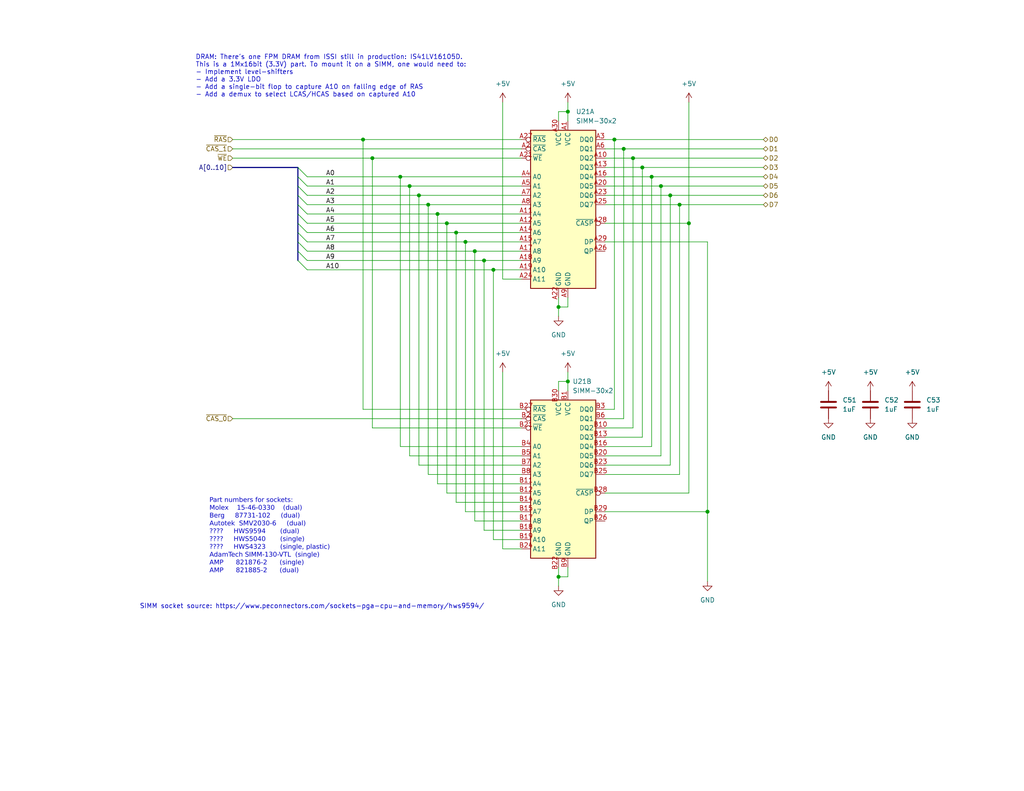
<source format=kicad_sch>
(kicad_sch (version 20231120) (generator "eeschema") (generator_version "8.0")
  (paper "A")
  (title_block (title "Anachron uATX RAM Bank") (date "2024-02-07") (company "Modular Circuits"))
  (lib_symbols
    (symbol "Device:C" (pin_numbers hide) (pin_names (offset 0.254))
      (property "Reference" "C" (at 0.635 2.54 0))
      (property "Value" "C" (at 0.635 -2.54 0))
      (symbol "C_0_1"
        (polyline (pts (xy -2.032 -0.762) (xy 2.032 -0.762)) (stroke (width 0.508)))
        (polyline (pts (xy -2.032 0.762) (xy 2.032 0.762)) (stroke (width 0.508)))
      )
      (symbol "C_1_1"
        (pin passive line (at 0 3.81 270) (length 2.794) (name "~") (number "1"))
        (pin passive line (at 0 -3.81 90) (length 2.794) (name "~") (number "2"))
      )
    )
    (symbol "anachron:SIMM-30x2"
      (property "Reference" "U" (at -11.43 24.13 0))
      (property "Value" "SIMM-30x2" (at -11.43 21.59 0))
      (symbol "SIMM-30x2_0_1"
        (rectangle (start -7.62 20.32) (end 10.16 -22.86) (stroke (width 0.254)) (fill (type background)))
      )
      (symbol "SIMM-30x2_1_0"
        (pin power_in line (at 2.54 22.86 270) (length 2.54) (name "VCC") (number "A1"))
        (pin bidirectional line (at 12.7 12.7 180) (length 2.54) (name "DQ2") (number "A10"))
        (pin input line (at -10.16 -2.54 0) (length 2.54) (name "A4") (number "A11"))
        (pin input line (at -10.16 -5.08 0) (length 2.54) (name "A5") (number "A12"))
        (pin bidirectional line (at 12.7 10.16 180) (length 2.54) (name "DQ3") (number "A13"))
        (pin input line (at -10.16 -7.62 0) (length 2.54) (name "A6") (number "A14"))
        (pin input line (at -10.16 -10.16 0) (length 2.54) (name "A7") (number "A15"))
        (pin bidirectional line (at 12.7 7.62 180) (length 2.54) (name "DQ4") (number "A16"))
        (pin input line (at -10.16 -12.7 0) (length 2.54) (name "A8") (number "A17"))
        (pin input line (at -10.16 -15.24 0) (length 2.54) (name "A9") (number "A18"))
        (pin input line (at -10.16 -17.78 0) (length 2.54) (name "A10") (number "A19"))
        (pin input inverted (at -10.16 15.24 0) (length 2.54) (name "~{CAS}") (number "A2"))
        (pin bidirectional line (at 12.7 5.08 180) (length 2.54) (name "DQ5") (number "A20"))
        (pin input inverted (at -10.16 12.7 0) (length 2.54) (name "~{WE}") (number "A21"))
        (pin power_in line (at 0 -25.4 90) (length 2.54) (name "GND") (number "A22"))
        (pin bidirectional line (at 12.7 2.54 180) (length 2.54) (name "DQ6") (number "A23"))
        (pin input line (at -10.16 -20.32 0) (length 2.54) (name "A11") (number "A24"))
        (pin bidirectional line (at 12.7 0 180) (length 2.54) (name "DQ7") (number "A25"))
        (pin output line (at 12.7 -12.7 180) (length 2.54) (name "QP") (number "A26"))
        (pin input inverted (at -10.16 17.78 0) (length 2.54) (name "~{RAS}") (number "A27"))
        (pin input inverted (at 12.7 -5.08 180) (length 2.54) (name "~{CASP}") (number "A28"))
        (pin input line (at 12.7 -10.16 180) (length 2.54) (name "DP") (number "A29"))
        (pin bidirectional line (at 12.7 17.78 180) (length 2.54) (name "DQ0") (number "A3"))
        (pin power_in line (at 0 22.86 270) (length 2.54) (name "VCC") (number "A30"))
        (pin input line (at -10.16 7.62 0) (length 2.54) (name "A0") (number "A4"))
        (pin input line (at -10.16 5.08 0) (length 2.54) (name "A1") (number "A5"))
        (pin bidirectional line (at 12.7 15.24 180) (length 2.54) (name "DQ1") (number "A6"))
        (pin input line (at -10.16 2.54 0) (length 2.54) (name "A2") (number "A7"))
        (pin input line (at -10.16 0 0) (length 2.54) (name "A3") (number "A8"))
        (pin power_in line (at 2.54 -25.4 90) (length 2.54) (name "GND") (number "A9"))
      )
      (symbol "SIMM-30x2_2_0"
        (pin power_in line (at 2.54 22.86 270) (length 2.54) (name "VCC") (number "B1"))
        (pin bidirectional line (at 12.7 12.7 180) (length 2.54) (name "DQ2") (number "B10"))
        (pin input line (at -10.16 -2.54 0) (length 2.54) (name "A4") (number "B11"))
        (pin input line (at -10.16 -5.08 0) (length 2.54) (name "A5") (number "B12"))
        (pin bidirectional line (at 12.7 10.16 180) (length 2.54) (name "DQ3") (number "B13"))
        (pin input line (at -10.16 -7.62 0) (length 2.54) (name "A6") (number "B14"))
        (pin input line (at -10.16 -10.16 0) (length 2.54) (name "A7") (number "B15"))
        (pin bidirectional line (at 12.7 7.62 180) (length 2.54) (name "DQ4") (number "B16"))
        (pin input line (at -10.16 -12.7 0) (length 2.54) (name "A8") (number "B17"))
        (pin input line (at -10.16 -15.24 0) (length 2.54) (name "A9") (number "B18"))
        (pin input line (at -10.16 -17.78 0) (length 2.54) (name "A10") (number "B19"))
        (pin input inverted (at -10.16 15.24 0) (length 2.54) (name "~{CAS}") (number "B2"))
        (pin bidirectional line (at 12.7 5.08 180) (length 2.54) (name "DQ5") (number "B20"))
        (pin input inverted (at -10.16 12.7 0) (length 2.54) (name "~{WE}") (number "B21"))
        (pin power_in line (at 0 -25.4 90) (length 2.54) (name "GND") (number "B22"))
        (pin bidirectional line (at 12.7 2.54 180) (length 2.54) (name "DQ6") (number "B23"))
        (pin input line (at -10.16 -20.32 0) (length 2.54) (name "A11") (number "B24"))
        (pin bidirectional line (at 12.7 0 180) (length 2.54) (name "DQ7") (number "B25"))
        (pin output line (at 12.7 -12.7 180) (length 2.54) (name "QP") (number "B26"))
        (pin input inverted (at -10.16 17.78 0) (length 2.54) (name "~{RAS}") (number "B27"))
        (pin input inverted (at 12.7 -5.08 180) (length 2.54) (name "~{CASP}") (number "B28"))
        (pin input line (at 12.7 -10.16 180) (length 2.54) (name "DP") (number "B29"))
        (pin bidirectional line (at 12.7 17.78 180) (length 2.54) (name "DQ0") (number "B3"))
        (pin power_in line (at 0 22.86 270) (length 2.54) (name "VCC") (number "B30"))
        (pin input line (at -10.16 7.62 0) (length 2.54) (name "A0") (number "B4"))
        (pin input line (at -10.16 5.08 0) (length 2.54) (name "A1") (number "B5"))
        (pin bidirectional line (at 12.7 15.24 180) (length 2.54) (name "DQ1") (number "B6"))
        (pin input line (at -10.16 2.54 0) (length 2.54) (name "A2") (number "B7"))
        (pin input line (at -10.16 0 0) (length 2.54) (name "A3") (number "B8"))
        (pin power_in line (at 2.54 -25.4 90) (length 2.54) (name "GND") (number "B9"))
      )
    )
    (symbol "power:+5V" (power) (pin_names (offset 0))
      (property "Value" "+5V" (at 0 3.556 0))
      (symbol "+5V_0_1"
        (polyline (pts (xy -0.762 1.27) (xy 0 2.54)))
        (polyline (pts (xy 0 0) (xy 0 2.54)))
        (polyline (pts (xy 0 2.54) (xy 0.762 1.27)))
      )
      (symbol "+5V_1_1"
        (pin power_in line (at 0 0 90) (length 0) hide (name "+5V") (number "1"))
      )
    )
    (symbol "power:GND" (power) (pin_names (offset 0))
      (property "Value" "GND" (at 0 -3.81 0))
      (symbol "GND_0_1"
        (polyline (pts (xy 0 0) (xy 0 -1.27) (xy 1.27 -1.27) (xy 0 -2.54) (xy -1.27 -1.27) (xy 0 -1.27)))
      )
      (symbol "GND_1_1"
        (pin power_in line (at 0 0 270) (length 0) hide (name "GND") (number "1"))
      )
    )
  )
  (junction (at 154.94 30.48))
  (junction (at 182.88 53.34))
  (junction (at 167.64 38.1))
  (junction (at 116.84 55.88))
  (junction (at 134.62 73.66))
  (junction (at 129.54 68.58))
  (junction (at 119.38 58.42))
  (junction (at 154.94 104.14))
  (junction (at 170.18 40.64))
  (junction (at 127 66.04))
  (junction (at 109.22 48.26))
  (junction (at 99.06 38.1))
  (junction (at 175.26 45.72))
  (junction (at 114.3 53.34))
  (junction (at 121.92 60.96))
  (junction (at 152.4 157.48))
  (junction (at 152.4 83.82))
  (junction (at 124.46 63.5))
  (junction (at 185.42 55.88))
  (junction (at 132.08 71.12))
  (junction (at 172.72 43.18))
  (junction (at 193.04 139.7))
  (junction (at 177.8 48.26))
  (junction (at 101.6 43.18))
  (junction (at 187.96 60.96))
  (junction (at 111.76 50.8))
  (junction (at 180.34 50.8))
  (bus_entry (at 81.28 58.42) (size 2.54 2.54))
  (bus_entry (at 81.28 68.58) (size 2.54 2.54))
  (bus_entry (at 81.28 53.34) (size 2.54 2.54))
  (bus_entry (at 81.28 55.88) (size 2.54 2.54))
  (bus_entry (at 81.28 60.96) (size 2.54 2.54))
  (bus_entry (at 81.28 45.72) (size 2.54 2.54))
  (bus_entry (at 81.28 48.26) (size 2.54 2.54))
  (bus_entry (at 81.28 66.04) (size 2.54 2.54))
  (bus_entry (at 81.28 50.8) (size 2.54 2.54))
  (bus_entry (at 81.28 71.12) (size 2.54 2.54))
  (bus_entry (at 81.28 63.5) (size 2.54 2.54))
  (wire (pts (xy 114.3 53.34) (xy 142.24 53.34)))
  (wire (pts (xy 152.4 104.14) (xy 154.94 104.14)))
  (wire (pts (xy 152.4 157.48) (xy 152.4 154.94)))
  (wire (pts (xy 154.94 81.28) (xy 154.94 83.82)))
  (wire (pts (xy 165.1 53.34) (xy 182.88 53.34)))
  (bus (pts (xy 81.28 53.34) (xy 81.28 55.88)))
  (wire (pts (xy 111.76 124.46) (xy 111.76 50.8)))
  (wire (pts (xy 185.42 129.54) (xy 165.1 129.54)))
  (bus (pts (xy 81.28 55.88) (xy 81.28 58.42)))
  (wire (pts (xy 121.92 60.96) (xy 142.24 60.96)))
  (wire (pts (xy 154.94 101.6) (xy 154.94 104.14)))
  (wire (pts (xy 185.42 55.88) (xy 185.42 129.54)))
  (wire (pts (xy 182.88 53.34) (xy 208.28 53.34)))
  (wire (pts (xy 83.82 50.8) (xy 111.76 50.8)))
  (wire (pts (xy 154.94 157.48) (xy 152.4 157.48)))
  (wire (pts (xy 175.26 119.38) (xy 165.1 119.38)))
  (wire (pts (xy 129.54 68.58) (xy 142.24 68.58)))
  (wire (pts (xy 127 66.04) (xy 142.24 66.04)))
  (wire (pts (xy 154.94 154.94) (xy 154.94 157.48)))
  (wire (pts (xy 132.08 71.12) (xy 132.08 144.78)))
  (wire (pts (xy 99.06 111.76) (xy 99.06 38.1)))
  (wire (pts (xy 165.1 134.62) (xy 187.96 134.62)))
  (wire (pts (xy 180.34 50.8) (xy 208.28 50.8)))
  (wire (pts (xy 170.18 40.64) (xy 170.18 114.3)))
  (wire (pts (xy 137.16 76.2) (xy 142.24 76.2)))
  (wire (pts (xy 137.16 101.6) (xy 137.16 149.86)))
  (wire (pts (xy 121.92 134.62) (xy 121.92 60.96)))
  (wire (pts (xy 142.24 137.16) (xy 124.46 137.16)))
  (wire (pts (xy 142.24 149.86) (xy 137.16 149.86)))
  (wire (pts (xy 187.96 60.96) (xy 187.96 134.62)))
  (wire (pts (xy 177.8 121.92) (xy 165.1 121.92)))
  (wire (pts (xy 83.82 53.34) (xy 114.3 53.34)))
  (wire (pts (xy 83.82 73.66) (xy 134.62 73.66)))
  (wire (pts (xy 142.24 142.24) (xy 129.54 142.24)))
  (wire (pts (xy 154.94 27.94) (xy 154.94 30.48)))
  (wire (pts (xy 170.18 114.3) (xy 165.1 114.3)))
  (wire (pts (xy 193.04 139.7) (xy 193.04 158.75)))
  (wire (pts (xy 142.24 124.46) (xy 111.76 124.46)))
  (wire (pts (xy 165.1 66.04) (xy 193.04 66.04)))
  (wire (pts (xy 165.1 40.64) (xy 170.18 40.64)))
  (wire (pts (xy 83.82 63.5) (xy 124.46 63.5)))
  (wire (pts (xy 193.04 66.04) (xy 193.04 139.7)))
  (wire (pts (xy 63.5 114.3) (xy 142.24 114.3)))
  (wire (pts (xy 137.16 27.94) (xy 137.16 76.2)))
  (wire (pts (xy 167.64 38.1) (xy 167.64 111.76)))
  (wire (pts (xy 119.38 132.08) (xy 119.38 58.42)))
  (wire (pts (xy 129.54 68.58) (xy 129.54 142.24)))
  (wire (pts (xy 116.84 55.88) (xy 142.24 55.88)))
  (wire (pts (xy 83.82 55.88) (xy 116.84 55.88)))
  (wire (pts (xy 142.24 127) (xy 114.3 127)))
  (bus (pts (xy 81.28 63.5) (xy 81.28 66.04)))
  (wire (pts (xy 175.26 45.72) (xy 175.26 119.38)))
  (wire (pts (xy 142.24 132.08) (xy 119.38 132.08)))
  (wire (pts (xy 83.82 60.96) (xy 121.92 60.96)))
  (wire (pts (xy 167.64 38.1) (xy 208.28 38.1)))
  (wire (pts (xy 182.88 127) (xy 165.1 127)))
  (wire (pts (xy 124.46 137.16) (xy 124.46 63.5)))
  (wire (pts (xy 111.76 50.8) (xy 142.24 50.8)))
  (bus (pts (xy 81.28 58.42) (xy 81.28 60.96)))
  (wire (pts (xy 132.08 144.78) (xy 142.24 144.78)))
  (wire (pts (xy 152.4 86.36) (xy 152.4 83.82)))
  (wire (pts (xy 177.8 48.26) (xy 177.8 121.92)))
  (bus (pts (xy 81.28 60.96) (xy 81.28 63.5)))
  (wire (pts (xy 165.1 139.7) (xy 193.04 139.7)))
  (wire (pts (xy 180.34 124.46) (xy 165.1 124.46)))
  (wire (pts (xy 165.1 43.18) (xy 172.72 43.18)))
  (wire (pts (xy 142.24 147.32) (xy 134.62 147.32)))
  (wire (pts (xy 165.1 45.72) (xy 175.26 45.72)))
  (wire (pts (xy 134.62 147.32) (xy 134.62 73.66)))
  (wire (pts (xy 182.88 53.34) (xy 182.88 127)))
  (wire (pts (xy 142.24 121.92) (xy 109.22 121.92)))
  (wire (pts (xy 180.34 50.8) (xy 180.34 124.46)))
  (wire (pts (xy 109.22 121.92) (xy 109.22 48.26)))
  (wire (pts (xy 83.82 48.26) (xy 109.22 48.26)))
  (wire (pts (xy 114.3 127) (xy 114.3 53.34)))
  (wire (pts (xy 165.1 38.1) (xy 167.64 38.1)))
  (wire (pts (xy 165.1 50.8) (xy 180.34 50.8)))
  (wire (pts (xy 83.82 66.04) (xy 127 66.04)))
  (wire (pts (xy 142.24 129.54) (xy 116.84 129.54)))
  (wire (pts (xy 177.8 48.26) (xy 208.28 48.26)))
  (wire (pts (xy 101.6 116.84) (xy 101.6 43.18)))
  (bus (pts (xy 81.28 45.72) (xy 81.28 48.26)))
  (wire (pts (xy 152.4 83.82) (xy 154.94 83.82)))
  (wire (pts (xy 109.22 48.26) (xy 142.24 48.26)))
  (bus (pts (xy 81.28 66.04) (xy 81.28 68.58)))
  (wire (pts (xy 142.24 134.62) (xy 121.92 134.62)))
  (bus (pts (xy 81.28 50.8) (xy 81.28 53.34)))
  (wire (pts (xy 172.72 43.18) (xy 208.28 43.18)))
  (wire (pts (xy 83.82 71.12) (xy 132.08 71.12)))
  (wire (pts (xy 170.18 40.64) (xy 208.28 40.64)))
  (wire (pts (xy 142.24 111.76) (xy 99.06 111.76)))
  (wire (pts (xy 63.5 38.1) (xy 99.06 38.1)))
  (wire (pts (xy 165.1 60.96) (xy 187.96 60.96)))
  (wire (pts (xy 142.24 139.7) (xy 127 139.7)))
  (bus (pts (xy 81.28 48.26) (xy 81.28 50.8)))
  (wire (pts (xy 142.24 116.84) (xy 101.6 116.84)))
  (wire (pts (xy 83.82 58.42) (xy 119.38 58.42)))
  (wire (pts (xy 154.94 30.48) (xy 154.94 33.02)))
  (wire (pts (xy 175.26 45.72) (xy 208.28 45.72)))
  (wire (pts (xy 152.4 83.82) (xy 152.4 81.28)))
  (wire (pts (xy 154.94 104.14) (xy 154.94 106.68)))
  (wire (pts (xy 124.46 63.5) (xy 142.24 63.5)))
  (wire (pts (xy 83.82 68.58) (xy 129.54 68.58)))
  (wire (pts (xy 172.72 116.84) (xy 165.1 116.84)))
  (wire (pts (xy 63.5 43.18) (xy 101.6 43.18)))
  (wire (pts (xy 152.4 106.68) (xy 152.4 104.14)))
  (wire (pts (xy 167.64 111.76) (xy 165.1 111.76)))
  (wire (pts (xy 187.96 27.94) (xy 187.96 60.96)))
  (wire (pts (xy 185.42 55.88) (xy 208.28 55.88)))
  (wire (pts (xy 127 66.04) (xy 127 139.7)))
  (bus (pts (xy 81.28 68.58) (xy 81.28 71.12)))
  (wire (pts (xy 152.4 33.02) (xy 152.4 30.48)))
  (wire (pts (xy 152.4 160.02) (xy 152.4 157.48)))
  (bus (pts (xy 63.5 45.72) (xy 81.28 45.72)))
  (wire (pts (xy 99.06 38.1) (xy 142.24 38.1)))
  (wire (pts (xy 165.1 55.88) (xy 185.42 55.88)))
  (wire (pts (xy 119.38 58.42) (xy 142.24 58.42)))
  (wire (pts (xy 132.08 71.12) (xy 142.24 71.12)))
  (wire (pts (xy 63.5 40.64) (xy 142.24 40.64)))
  (wire (pts (xy 172.72 43.18) (xy 172.72 116.84)))
  (wire (pts (xy 101.6 43.18) (xy 142.24 43.18)))
  (wire (pts (xy 152.4 30.48) (xy 154.94 30.48)))
  (wire (pts (xy 134.62 73.66) (xy 142.24 73.66)))
  (wire (pts (xy 116.84 129.54) (xy 116.84 55.88)))
  (wire (pts (xy 165.1 48.26) (xy 177.8 48.26)))
  (text "Part numbers for sockets:\nMolex    15-46-0330    (dual)\nBerg     87731-102     (dual)\nAutotek  SMV2030-6     (dual)\n????     HWS9594       (dual)\n????     HWS5040       (single)\n????     HWS4323       (single, plastic)\nAdamTech SIMM-130-VTL  (single)\nAMP      821876-2      (single)\nAMP      821885-2      (dual)\n\n\n" (at 57.15 161.29 0) (effects (font (size 1.27 1.27)) (justify left bottom)))
  (text "DRAM: There's one FPM DRAM from ISSI still in production: IS41LV16105D.\nThis is a 1Mx16bit (3.3V) part. To mount it on a SIMM, one would need to:\n- Implement level-shifters\n- Add a 3.3V LDO\n- Add a single-bit flop to capture A10 on falling edge of RAS\n- Add a demux to select LCAS/HCAS based on captured A10" (at 53.34 26.67 0) (effects (font (size 1.27 1.27)) (justify left bottom)))
  (text "SIMM socket source: https://www.peconnectors.com/sockets-pga-cpu-and-memory/hws9594/" (at 38.1 166.37 0) (effects (font (size 1.27 1.27)) (justify left bottom)))
  (label "A9" (at 88.9 71.12 0))
  (label "A0" (at 88.9 48.26 0))
  (label "A2" (at 88.9 53.34 0))
  (label "A6" (at 88.9 63.5 0))
  (label "A8" (at 88.9 68.58 0))
  (label "A5" (at 88.9 60.96 0))
  (label "A10" (at 88.9 73.66 0))
  (label "A4" (at 88.9 58.42 0))
  (label "A1" (at 88.9 50.8 0))
  (label "A3" (at 88.9 55.88 0))
  (label "A7" (at 88.9 66.04 0))
  (hierarchical_label "D3" (shape bidirectional) (at 208.28 45.72 0))
  (hierarchical_label "~{CAS_1}" (shape input) (at 63.5 40.64 180))
  (hierarchical_label "D4" (shape bidirectional) (at 208.28 48.26 0))
  (hierarchical_label "D6" (shape bidirectional) (at 208.28 53.34 0))
  (hierarchical_label "D2" (shape bidirectional) (at 208.28 43.18 0))
  (hierarchical_label "~{RAS}" (shape input) (at 63.5 38.1 180))
  (hierarchical_label "~{WE}" (shape input) (at 63.5 43.18 180))
  (hierarchical_label "D5" (shape bidirectional) (at 208.28 50.8 0))
  (hierarchical_label "D0" (shape bidirectional) (at 208.28 38.1 0))
  (hierarchical_label "D7" (shape bidirectional) (at 208.28 55.88 0))
  (hierarchical_label "~{CAS_0}" (shape input) (at 63.5 114.3 180))
  (hierarchical_label "D1" (shape bidirectional) (at 208.28 40.64 0))
  (hierarchical_label "A[0..10]" (shape input) (at 63.5 45.72 180))
  (symbol (lib_id "power:GND") (at 237.49 114.3 0) (unit 1)
    (property "Reference" "#PWR0214" (effects (hide yes)))
    (property "Value" "GND" (at 237.49 119.38 0))
    (instances (project "a1_micro_atx" (path "" (reference "#PWR0214") (unit 1)) (path "" (reference "#PWR0124") (unit 1))))
  )
  (symbol (lib_id "power:+5V") (at 154.94 27.94 0) (unit 1)
    (property "Reference" "#PWR0205" (effects (hide yes)))
    (property "Value" "+5V" (at 154.94 22.86 0))
    (instances (project "a1_micro_atx" (path "" (reference "#PWR0205") (unit 1)) (path "" (reference "#PWR0115") (unit 1))))
  )
  (symbol (lib_id "power:+5V") (at 154.94 101.6 0) (unit 1)
    (property "Reference" "#PWR0206" (effects (hide yes)))
    (property "Value" "+5V" (at 154.94 96.52 0))
    (instances (project "a1_micro_atx" (path "" (reference "#PWR0206") (unit 1)) (path "" (reference "#PWR0116") (unit 1))))
  )
  (symbol (lib_id "power:+5V") (at 187.96 27.94 0) (unit 1)
    (property "Reference" "#PWR0207" (effects (hide yes)))
    (property "Value" "+5V" (at 187.96 22.86 0))
    (instances (project "a1_micro_atx" (path "" (reference "#PWR0207") (unit 1)) (path "" (reference "#PWR0117") (unit 1))))
  )
  (symbol (lib_id "power:GND") (at 193.04 158.75 0) (unit 1)
    (property "Reference" "#PWR0208" (effects (hide yes)))
    (property "Value" "GND" (at 193.04 163.83 0))
    (instances (project "a1_micro_atx" (path "" (reference "#PWR0208") (unit 1)) (path "" (reference "#PWR0118") (unit 1))))
  )
  (symbol (lib_id "Device:C") (at 248.92 110.49 0) (unit 1)
    (property "Reference" "C53" (at 252.73 109.22 0) (effects (justify left)))
    (property "Value" "1uF" (at 252.73 111.76 0) (effects (justify left)))
    (property "Footprint" "Capacitor_THT:C_Disc_D4.7mm_W2.5mm_P5.00mm" (effects (hide yes)))
    (property "mpf#" "FG28X5R1H105KRT06" (effects (hide yes)))
    (instances (project "a1_micro_atx" (path "" (reference "C53") (unit 1)) (path "" (reference "C23") (unit 1))))
  )
  (symbol (lib_id "power:GND") (at 152.4 160.02 0) (unit 1)
    (property "Reference" "#PWR0204" (effects (hide yes)))
    (property "Value" "GND" (at 152.4 165.1 0))
    (instances (project "a1_micro_atx" (path "" (reference "#PWR0204") (unit 1)) (path "" (reference "#PWR0114") (unit 1))))
  )
  (symbol (lib_id "Device:C") (at 237.49 110.49 0) (unit 1)
    (property "Reference" "C52" (at 241.3 109.22 0) (effects (justify left)))
    (property "Value" "1uF" (at 241.3 111.76 0) (effects (justify left)))
    (property "Footprint" "Capacitor_THT:C_Disc_D4.7mm_W2.5mm_P5.00mm" (effects (hide yes)))
    (property "mpf#" "FG28X5R1H105KRT06" (effects (hide yes)))
    (instances (project "a1_micro_atx" (path "" (reference "C52") (unit 1)) (path "" (reference "C22") (unit 1))))
  )
  (symbol (lib_id "anachron:SIMM-30x2") (at 152.4 55.88 0) (unit 1)
    (property "Reference" "U21" (at 157.1341 30.48 0) (effects (justify left)))
    (property "Value" "SIMM-30x2" (at 157.1341 33.02 0) (effects (justify left)))
    (property "Footprint" "anachron:SIMM-30x2_VERT" (effects (hide yes)))
    (instances (project "a1_micro_atx" (path "" (reference "U21") (unit 1)) (path "" (reference "U20") (unit 1))))
  )
  (symbol (lib_id "anachron:SIMM-30x2") (at 152.4 129.54 0) (unit 2)
    (property "Reference" "U21" (at 156.21 104.14 0) (effects (justify left)))
    (property "Value" "SIMM-30x2" (at 156.21 106.68 0) (effects (justify left)))
    (property "Footprint" "anachron:SIMM-30x2_VERT" (effects (hide yes)))
    (instances (project "a1_micro_atx" (path "" (reference "U21") (unit 2)) (path "" (reference "U20") (unit 2))))
  )
  (symbol (lib_id "power:+5V") (at 226.06 106.68 0) (unit 1)
    (property "Reference" "#PWR0211" (effects (hide yes)))
    (property "Value" "+5V" (at 226.06 101.6 0))
    (instances (project "a1_micro_atx" (path "" (reference "#PWR0211") (unit 1)) (path "" (reference "#PWR0121") (unit 1))))
  )
  (symbol (lib_id "Device:C") (at 226.06 110.49 0) (unit 1)
    (property "Reference" "C51" (at 229.87 109.22 0) (effects (justify left)))
    (property "Value" "1uF" (at 229.87 111.76 0) (effects (justify left)))
    (property "Footprint" "Capacitor_THT:C_Disc_D4.7mm_W2.5mm_P5.00mm" (effects (hide yes)))
    (property "mpf#" "FG28X5R1H105KRT06" (effects (hide yes)))
    (instances (project "a1_micro_atx" (path "" (reference "C51") (unit 1)) (path "" (reference "C21") (unit 1))))
  )
  (symbol (lib_id "power:GND") (at 248.92 114.3 0) (unit 1)
    (property "Reference" "#PWR0216" (effects (hide yes)))
    (property "Value" "GND" (at 248.92 119.38 0))
    (instances (project "a1_micro_atx" (path "" (reference "#PWR0216") (unit 1)) (path "" (reference "#PWR0126") (unit 1))))
  )
  (symbol (lib_id "power:+5V") (at 237.49 106.68 0) (unit 1)
    (property "Reference" "#PWR0213" (effects (hide yes)))
    (property "Value" "+5V" (at 237.49 101.6 0))
    (instances (project "a1_micro_atx" (path "" (reference "#PWR0213") (unit 1)) (path "" (reference "#PWR0123") (unit 1))))
  )
  (symbol (lib_id "power:+5V") (at 248.92 106.68 0) (unit 1)
    (property "Reference" "#PWR0215" (effects (hide yes)))
    (property "Value" "+5V" (at 248.92 101.6 0))
    (instances (project "a1_micro_atx" (path "" (reference "#PWR0215") (unit 1)) (path "" (reference "#PWR0125") (unit 1))))
  )
  (symbol (lib_id "power:+5V") (at 137.16 27.94 0) (unit 1)
    (property "Reference" "#PWR0201" (effects (hide yes)))
    (property "Value" "+5V" (at 137.16 22.86 0))
    (instances (project "a1_micro_atx" (path "" (reference "#PWR0201") (unit 1)) (path "" (reference "#PWR0111") (unit 1))))
  )
  (symbol (lib_id "power:+5V") (at 137.16 101.6 0) (unit 1)
    (property "Reference" "#PWR0202" (effects (hide yes)))
    (property "Value" "+5V" (at 137.16 96.52 0))
    (instances (project "a1_micro_atx" (path "" (reference "#PWR0202") (unit 1)) (path "" (reference "#PWR0112") (unit 1))))
  )
  (symbol (lib_id "power:GND") (at 152.4 86.36 0) (unit 1)
    (property "Reference" "#PWR0203" (effects (hide yes)))
    (property "Value" "GND" (at 152.4 91.44 0))
    (instances (project "a1_micro_atx" (path "" (reference "#PWR0203") (unit 1)) (path "" (reference "#PWR0113") (unit 1))))
  )
  (symbol (lib_id "power:GND") (at 226.06 114.3 0) (unit 1)
    (property "Reference" "#PWR0212" (effects (hide yes)))
    (property "Value" "GND" (at 226.06 119.38 0))
    (instances (project "a1_micro_atx" (path "" (reference "#PWR0212") (unit 1)) (path "" (reference "#PWR0122") (unit 1))))
  )
)
</source>
